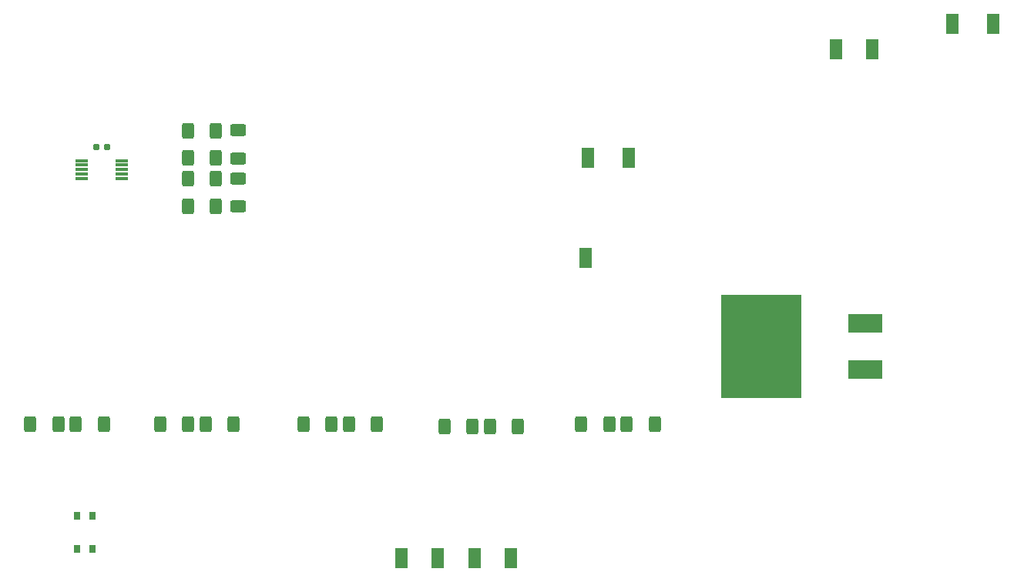
<source format=gbr>
%TF.GenerationSoftware,KiCad,Pcbnew,7.0.1*%
%TF.CreationDate,2023-08-16T19:58:43-04:00*%
%TF.ProjectId,DaughterBoard_UTAP,44617567-6874-4657-9242-6f6172645f55,rev?*%
%TF.SameCoordinates,Original*%
%TF.FileFunction,Paste,Top*%
%TF.FilePolarity,Positive*%
%FSLAX46Y46*%
G04 Gerber Fmt 4.6, Leading zero omitted, Abs format (unit mm)*
G04 Created by KiCad (PCBNEW 7.0.1) date 2023-08-16 19:58:43*
%MOMM*%
%LPD*%
G01*
G04 APERTURE LIST*
G04 Aperture macros list*
%AMRoundRect*
0 Rectangle with rounded corners*
0 $1 Rounding radius*
0 $2 $3 $4 $5 $6 $7 $8 $9 X,Y pos of 4 corners*
0 Add a 4 corners polygon primitive as box body*
4,1,4,$2,$3,$4,$5,$6,$7,$8,$9,$2,$3,0*
0 Add four circle primitives for the rounded corners*
1,1,$1+$1,$2,$3*
1,1,$1+$1,$4,$5*
1,1,$1+$1,$6,$7*
1,1,$1+$1,$8,$9*
0 Add four rect primitives between the rounded corners*
20,1,$1+$1,$2,$3,$4,$5,0*
20,1,$1+$1,$4,$5,$6,$7,0*
20,1,$1+$1,$6,$7,$8,$9,0*
20,1,$1+$1,$8,$9,$2,$3,0*%
G04 Aperture macros list end*
%ADD10RoundRect,0.250000X-0.400000X-0.625000X0.400000X-0.625000X0.400000X0.625000X-0.400000X0.625000X0*%
%ADD11RoundRect,0.250000X0.400000X0.625000X-0.400000X0.625000X-0.400000X-0.625000X0.400000X-0.625000X0*%
%ADD12R,0.800000X0.950000*%
%ADD13R,1.400000X2.200000*%
%ADD14RoundRect,0.155000X0.212500X0.155000X-0.212500X0.155000X-0.212500X-0.155000X0.212500X-0.155000X0*%
%ADD15RoundRect,0.250000X-0.625000X0.400000X-0.625000X-0.400000X0.625000X-0.400000X0.625000X0.400000X0*%
%ADD16R,1.400000X0.300000*%
%ADD17RoundRect,0.250000X0.625000X-0.400000X0.625000X0.400000X-0.625000X0.400000X-0.625000X-0.400000X0*%
%ADD18R,3.810000X2.080000*%
%ADD19R,8.890000X11.430000*%
G04 APERTURE END LIST*
D10*
%TO.C,R16*%
X85700000Y-105750000D03*
X88800000Y-105750000D03*
%TD*%
%TO.C,R15*%
X101200000Y-106000000D03*
X104300000Y-106000000D03*
%TD*%
%TO.C,R14*%
X55700000Y-105750000D03*
X58800000Y-105750000D03*
%TD*%
%TO.C,R13*%
X69950000Y-105750000D03*
X73050000Y-105750000D03*
%TD*%
%TO.C,R12*%
X119300000Y-105750000D03*
X116200000Y-105750000D03*
%TD*%
%TO.C,R6*%
X73000000Y-76500000D03*
X76100000Y-76500000D03*
%TD*%
D11*
%TO.C,R9*%
X63800000Y-105750000D03*
X60700000Y-105750000D03*
%TD*%
D12*
%TO.C,LED1*%
X60800000Y-115825000D03*
X62500000Y-115825000D03*
%TD*%
D13*
%TO.C,TP4*%
X157000000Y-61750000D03*
%TD*%
D11*
%TO.C,R7*%
X93800000Y-105750000D03*
X90700000Y-105750000D03*
%TD*%
%TO.C,R10*%
X78050000Y-105750000D03*
X74950000Y-105750000D03*
%TD*%
%TO.C,R2*%
X76100000Y-73500000D03*
X73000000Y-73500000D03*
%TD*%
D13*
%TO.C,TP6*%
X144250000Y-64500000D03*
%TD*%
D14*
%TO.C,C2*%
X64117500Y-75275000D03*
X62982500Y-75275000D03*
%TD*%
D13*
%TO.C,GND*%
X117000000Y-76500000D03*
%TD*%
%TO.C,TP8*%
X108500000Y-120500000D03*
%TD*%
D15*
%TO.C,R3*%
X78550000Y-78725000D03*
X78550000Y-81825000D03*
%TD*%
D11*
%TO.C,R8*%
X109300000Y-106000000D03*
X106200000Y-106000000D03*
%TD*%
D16*
%TO.C,IC1*%
X61350000Y-76775000D03*
X61350000Y-77275000D03*
X61350000Y-77775000D03*
X61350000Y-78275000D03*
X61350000Y-78775000D03*
X65750000Y-78775000D03*
X65750000Y-78275000D03*
X65750000Y-77775000D03*
X65750000Y-77275000D03*
X65750000Y-76775000D03*
%TD*%
D13*
%TO.C,TP9*%
X116750000Y-87500000D03*
%TD*%
D11*
%TO.C,R1*%
X76100000Y-81775000D03*
X73000000Y-81775000D03*
%TD*%
D13*
%TO.C,TP10*%
X121500000Y-76500000D03*
%TD*%
%TO.C,TP1*%
X96500000Y-120500000D03*
%TD*%
D17*
%TO.C,R4*%
X78550000Y-76550000D03*
X78550000Y-73450000D03*
%TD*%
D12*
%TO.C,LED2*%
X60800000Y-119500000D03*
X62500000Y-119500000D03*
%TD*%
D18*
%TO.C,Q1*%
X147485000Y-99790000D03*
D19*
X136055000Y-97250000D03*
D18*
X147485000Y-94710000D03*
%TD*%
D13*
%TO.C,TP2*%
X100500000Y-120500000D03*
%TD*%
%TO.C,TP7*%
X104500000Y-120500000D03*
%TD*%
D10*
%TO.C,R5*%
X73000000Y-78775000D03*
X76100000Y-78775000D03*
%TD*%
D13*
%TO.C,TP5*%
X148250000Y-64500000D03*
%TD*%
D11*
%TO.C,R11*%
X124300000Y-105750000D03*
X121200000Y-105750000D03*
%TD*%
D13*
%TO.C,TP3*%
X161500000Y-61750000D03*
%TD*%
M02*

</source>
